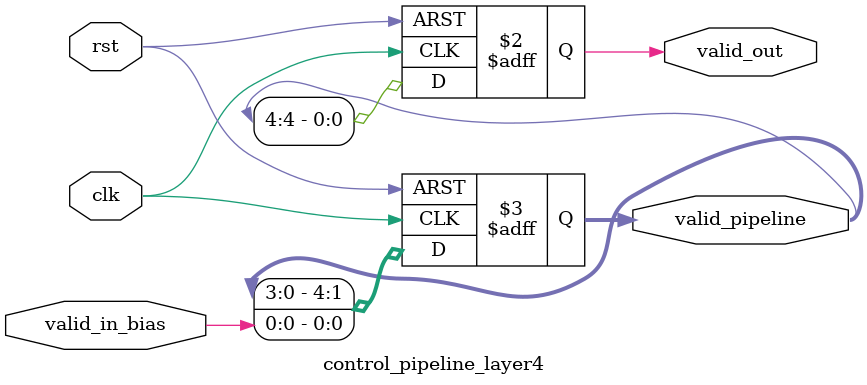
<source format=v>
module control_pipeline_layer4(
    input valid_in_bias, clk, rst,
    output reg valid_out,
    output reg [4:0] valid_pipeline
);
  
    always @(posedge clk or posedge rst) 
    begin
        if(rst)begin
            valid_pipeline[0] <= 1'd0;
            valid_pipeline[1] <= 1'd0;
            valid_pipeline[2] <= 1'd0;
            valid_pipeline[3] <= 1'd0;
            valid_pipeline[4] <= 1'd0;
            valid_out <= 1'd0;
        end
        else begin
            valid_pipeline[0] <= valid_in_bias;
            valid_pipeline[1] <= valid_pipeline[0];
            valid_pipeline[2] <= valid_pipeline[1];
            valid_pipeline[3] <= valid_pipeline[2];
            valid_pipeline[4] <= valid_pipeline[3];
            valid_out <= valid_pipeline[4];
        end
    end        


endmodule







</source>
